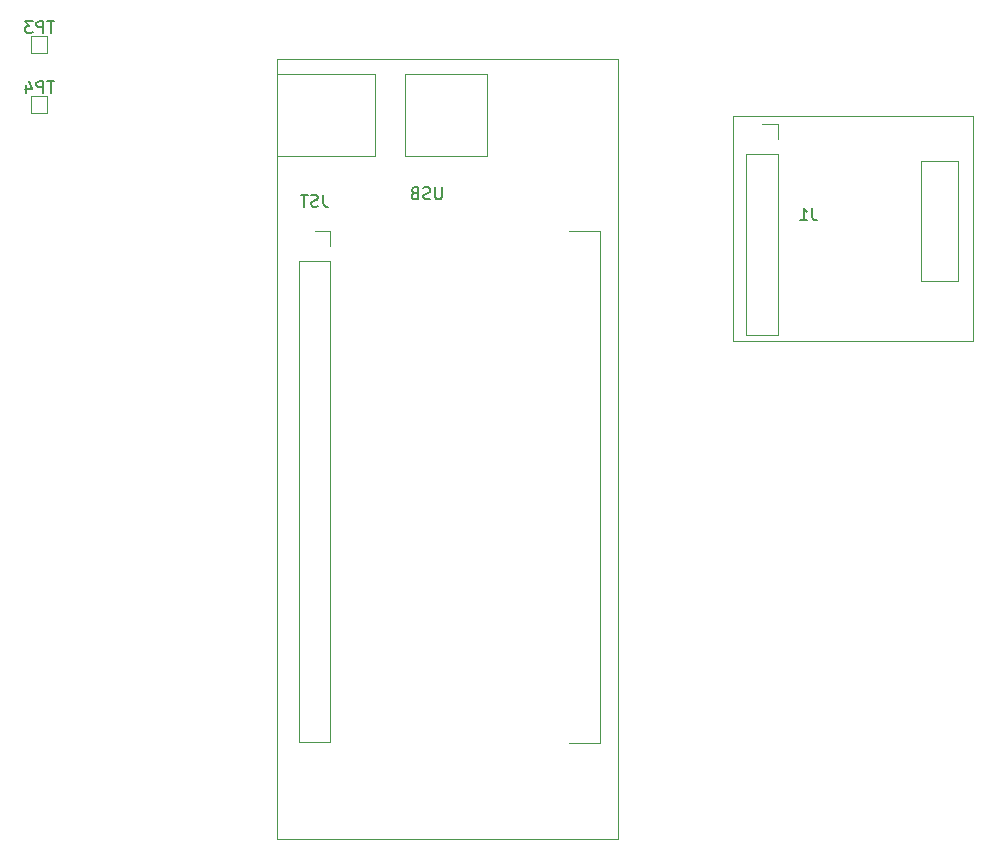
<source format=gbo>
%TF.GenerationSoftware,KiCad,Pcbnew,6.0.2+dfsg-1*%
%TF.CreationDate,2023-02-12T20:47:07+01:00*%
%TF.ProjectId,picopico,7069636f-7069-4636-9f2e-6b696361645f,rev?*%
%TF.SameCoordinates,Original*%
%TF.FileFunction,Legend,Bot*%
%TF.FilePolarity,Positive*%
%FSLAX46Y46*%
G04 Gerber Fmt 4.6, Leading zero omitted, Abs format (unit mm)*
G04 Created by KiCad (PCBNEW 6.0.2+dfsg-1) date 2023-02-12 20:47:07*
%MOMM*%
%LPD*%
G01*
G04 APERTURE LIST*
%ADD10C,0.150000*%
%ADD11C,0.120000*%
%ADD12C,2.700000*%
%ADD13C,2.000000*%
%ADD14C,1.700000*%
%ADD15C,1.500000*%
%ADD16R,1.700000X1.700000*%
%ADD17O,1.700000X1.700000*%
%ADD18C,1.524000*%
%ADD19R,1.000000X1.000000*%
G04 APERTURE END LIST*
D10*
%TO.C,J1*%
X152076333Y-39878380D02*
X152076333Y-40592666D01*
X152123952Y-40735523D01*
X152219190Y-40830761D01*
X152362047Y-40878380D01*
X152457285Y-40878380D01*
X151076333Y-40878380D02*
X151647761Y-40878380D01*
X151362047Y-40878380D02*
X151362047Y-39878380D01*
X151457285Y-40021238D01*
X151552523Y-40116476D01*
X151647761Y-40164095D01*
%TO.C,TP4*%
X87877404Y-29097380D02*
X87305976Y-29097380D01*
X87591690Y-30097380D02*
X87591690Y-29097380D01*
X86972642Y-30097380D02*
X86972642Y-29097380D01*
X86591690Y-29097380D01*
X86496452Y-29145000D01*
X86448833Y-29192619D01*
X86401214Y-29287857D01*
X86401214Y-29430714D01*
X86448833Y-29525952D01*
X86496452Y-29573571D01*
X86591690Y-29621190D01*
X86972642Y-29621190D01*
X85544071Y-29430714D02*
X85544071Y-30097380D01*
X85782166Y-29049761D02*
X86020261Y-29764047D01*
X85401214Y-29764047D01*
%TO.C,U1*%
X110664285Y-38727380D02*
X110664285Y-39441666D01*
X110711904Y-39584523D01*
X110807142Y-39679761D01*
X110950000Y-39727380D01*
X111045238Y-39727380D01*
X110235714Y-39679761D02*
X110092857Y-39727380D01*
X109854761Y-39727380D01*
X109759523Y-39679761D01*
X109711904Y-39632142D01*
X109664285Y-39536904D01*
X109664285Y-39441666D01*
X109711904Y-39346428D01*
X109759523Y-39298809D01*
X109854761Y-39251190D01*
X110045238Y-39203571D01*
X110140476Y-39155952D01*
X110188095Y-39108333D01*
X110235714Y-39013095D01*
X110235714Y-38917857D01*
X110188095Y-38822619D01*
X110140476Y-38775000D01*
X110045238Y-38727380D01*
X109807142Y-38727380D01*
X109664285Y-38775000D01*
X109378571Y-38727380D02*
X108807142Y-38727380D01*
X109092857Y-39727380D02*
X109092857Y-38727380D01*
X120736904Y-38092380D02*
X120736904Y-38901904D01*
X120689285Y-38997142D01*
X120641666Y-39044761D01*
X120546428Y-39092380D01*
X120355952Y-39092380D01*
X120260714Y-39044761D01*
X120213095Y-38997142D01*
X120165476Y-38901904D01*
X120165476Y-38092380D01*
X119736904Y-39044761D02*
X119594047Y-39092380D01*
X119355952Y-39092380D01*
X119260714Y-39044761D01*
X119213095Y-38997142D01*
X119165476Y-38901904D01*
X119165476Y-38806666D01*
X119213095Y-38711428D01*
X119260714Y-38663809D01*
X119355952Y-38616190D01*
X119546428Y-38568571D01*
X119641666Y-38520952D01*
X119689285Y-38473333D01*
X119736904Y-38378095D01*
X119736904Y-38282857D01*
X119689285Y-38187619D01*
X119641666Y-38140000D01*
X119546428Y-38092380D01*
X119308333Y-38092380D01*
X119165476Y-38140000D01*
X118403571Y-38568571D02*
X118260714Y-38616190D01*
X118213095Y-38663809D01*
X118165476Y-38759047D01*
X118165476Y-38901904D01*
X118213095Y-38997142D01*
X118260714Y-39044761D01*
X118355952Y-39092380D01*
X118736904Y-39092380D01*
X118736904Y-38092380D01*
X118403571Y-38092380D01*
X118308333Y-38140000D01*
X118260714Y-38187619D01*
X118213095Y-38282857D01*
X118213095Y-38378095D01*
X118260714Y-38473333D01*
X118308333Y-38520952D01*
X118403571Y-38568571D01*
X118736904Y-38568571D01*
%TO.C,TP3*%
X87877404Y-24017380D02*
X87305976Y-24017380D01*
X87591690Y-25017380D02*
X87591690Y-24017380D01*
X86972642Y-25017380D02*
X86972642Y-24017380D01*
X86591690Y-24017380D01*
X86496452Y-24065000D01*
X86448833Y-24112619D01*
X86401214Y-24207857D01*
X86401214Y-24350714D01*
X86448833Y-24445952D01*
X86496452Y-24493571D01*
X86591690Y-24541190D01*
X86972642Y-24541190D01*
X86067880Y-24017380D02*
X85448833Y-24017380D01*
X85782166Y-24398333D01*
X85639309Y-24398333D01*
X85544071Y-24445952D01*
X85496452Y-24493571D01*
X85448833Y-24588809D01*
X85448833Y-24826904D01*
X85496452Y-24922142D01*
X85544071Y-24969761D01*
X85639309Y-25017380D01*
X85925023Y-25017380D01*
X86020261Y-24969761D01*
X86067880Y-24922142D01*
D11*
%TO.C,J1*%
X149158000Y-34036000D02*
X149158000Y-32706000D01*
X146498000Y-35306000D02*
X146498000Y-50606000D01*
X149158000Y-35306000D02*
X149158000Y-50606000D01*
X149158000Y-50606000D02*
X146498000Y-50606000D01*
X149158000Y-35306000D02*
X146498000Y-35306000D01*
X149158000Y-32706000D02*
X147828000Y-32706000D01*
X164443000Y-35846000D02*
X161268000Y-35846000D01*
X161268000Y-35846000D02*
X161268000Y-46006000D01*
X161268000Y-46006000D02*
X164443000Y-46006000D01*
X164443000Y-46006000D02*
X164443000Y-35846000D01*
X165713000Y-51086000D02*
X145393000Y-51086000D01*
X145393000Y-51086000D02*
X145393000Y-32036000D01*
X145393000Y-32036000D02*
X165713000Y-32036000D01*
X165713000Y-32036000D02*
X165713000Y-51086000D01*
%TO.C,TP4*%
X85915500Y-31793000D02*
X87315500Y-31793000D01*
X85915500Y-30393000D02*
X85915500Y-31793000D01*
X87315500Y-31793000D02*
X87315500Y-30393000D01*
X87315500Y-30393000D02*
X85915500Y-30393000D01*
%TO.C,U1*%
X111280000Y-85055000D02*
X108620000Y-85055000D01*
X111280000Y-43085000D02*
X111280000Y-41755000D01*
X134140000Y-41815000D02*
X134140000Y-85150000D01*
X108620000Y-44355000D02*
X108620000Y-85055000D01*
X111280000Y-44355000D02*
X111280000Y-85055000D01*
X134140000Y-85150000D02*
X131480000Y-85150000D01*
X111280000Y-41755000D02*
X109950000Y-41755000D01*
X134140000Y-41815000D02*
X131480000Y-41815000D01*
X111280000Y-44355000D02*
X108620000Y-44355000D01*
X115030000Y-28480000D02*
X106775000Y-28480000D01*
X106775000Y-28480000D02*
X106775000Y-35465000D01*
X106775000Y-35465000D02*
X115030000Y-35465000D01*
X115030000Y-35465000D02*
X115030000Y-28480000D01*
X135667500Y-27210000D02*
X106775000Y-27210000D01*
X106775000Y-27210000D02*
X106775000Y-93250000D01*
X106775000Y-93250000D02*
X135667500Y-93250000D01*
X135667500Y-93250000D02*
X135667500Y-27210000D01*
X124555000Y-28480000D02*
X117570000Y-28480000D01*
X117570000Y-28480000D02*
X117570000Y-35465000D01*
X117570000Y-35465000D02*
X124555000Y-35465000D01*
X124555000Y-35465000D02*
X124555000Y-28480000D01*
%TO.C,TP3*%
X87315500Y-25313000D02*
X85915500Y-25313000D01*
X85915500Y-26713000D02*
X87315500Y-26713000D01*
X85915500Y-25313000D02*
X85915500Y-26713000D01*
X87315500Y-26713000D02*
X87315500Y-25313000D01*
%TD*%
%LPC*%
D12*
%TO.C,H5*%
X81788000Y-91186000D03*
%TD*%
%TO.C,H2*%
X81534000Y-19304000D03*
%TD*%
%TO.C,H3*%
X150622000Y-20066000D03*
%TD*%
%TO.C,H1*%
X153924000Y-91440000D03*
%TD*%
D13*
%TO.C,SW1*%
X72075500Y-37157500D03*
X78075500Y-25157500D03*
X72075500Y-25157500D03*
X78075500Y-37157500D03*
D14*
X76325500Y-27157500D03*
X76325500Y-31157500D03*
X76325500Y-35157500D03*
%TD*%
D15*
%TO.C,U2*%
X163155000Y-33956000D03*
X163155000Y-23956000D03*
D14*
X153155000Y-24956000D03*
X153155000Y-28956000D03*
X153155000Y-32956000D03*
%TD*%
D16*
%TO.C,J2*%
X108034200Y-20291200D03*
D17*
X110574200Y-20291200D03*
X113114200Y-20291200D03*
X115654200Y-20291200D03*
X118194200Y-20291200D03*
X120734200Y-20291200D03*
X123274200Y-20291200D03*
X125814200Y-20291200D03*
%TD*%
D14*
%TO.C,J1*%
X147828000Y-34036000D03*
D17*
X147828000Y-36576000D03*
X147828000Y-39116000D03*
X147828000Y-41656000D03*
X147828000Y-44196000D03*
D16*
X147828000Y-46736000D03*
D17*
X147828000Y-49276000D03*
D18*
X162843000Y-37916000D03*
X162773000Y-42926000D03*
%TD*%
D19*
%TO.C,TP4*%
X86615500Y-31093000D03*
%TD*%
D17*
%TO.C,U1*%
X132810000Y-43085000D03*
X132810000Y-45720000D03*
X132810000Y-48260000D03*
X132810000Y-50800000D03*
X132810000Y-53340000D03*
X132810000Y-55880000D03*
X132810000Y-58420000D03*
X132810000Y-60960000D03*
X132810000Y-63500000D03*
X132810000Y-66040000D03*
X132810000Y-68580000D03*
X132810000Y-71120000D03*
X132810000Y-73660000D03*
X132810000Y-76200000D03*
D16*
X132810000Y-78740000D03*
D17*
X132810000Y-81280000D03*
D16*
X132810000Y-83725000D03*
D17*
X109950000Y-83725000D03*
X109950000Y-81185000D03*
X109950000Y-78645000D03*
D16*
X109950000Y-76105000D03*
D17*
X109950000Y-73565000D03*
X109950000Y-71025000D03*
X109950000Y-68485000D03*
X109950000Y-65945000D03*
X109950000Y-63405000D03*
X109950000Y-60865000D03*
X109950000Y-58325000D03*
X109950000Y-55785000D03*
X109950000Y-53245000D03*
X109950000Y-50705000D03*
X109950000Y-48165000D03*
D14*
X109950000Y-45625000D03*
D16*
X109950000Y-43085000D03*
%TD*%
D19*
%TO.C,TP3*%
X86615500Y-26013000D03*
%TD*%
M02*

</source>
